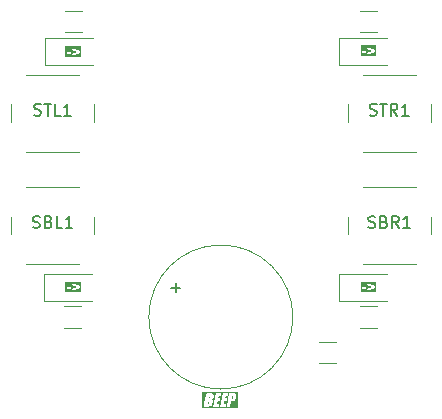
<source format=gbr>
%TF.GenerationSoftware,KiCad,Pcbnew,8.0.5*%
%TF.CreationDate,2024-10-15T22:02:10+02:00*%
%TF.ProjectId,_autosave-pcb,5f617574-6f73-4617-9665-2d7063622e6b,rev?*%
%TF.SameCoordinates,Original*%
%TF.FileFunction,Legend,Top*%
%TF.FilePolarity,Positive*%
%FSLAX46Y46*%
G04 Gerber Fmt 4.6, Leading zero omitted, Abs format (unit mm)*
G04 Created by KiCad (PCBNEW 8.0.5) date 2024-10-15 22:02:10*
%MOMM*%
%LPD*%
G01*
G04 APERTURE LIST*
%ADD10C,0.150000*%
%ADD11C,0.200000*%
%ADD12C,0.120000*%
G04 APERTURE END LIST*
D10*
G36*
X138149422Y-60422269D02*
G01*
X136834213Y-60422269D01*
X136834213Y-60170474D01*
X136945324Y-60170474D01*
X137310223Y-60170474D01*
X137310223Y-59982896D01*
X136945324Y-59982896D01*
X136945324Y-60170474D01*
X136834213Y-60170474D01*
X136834213Y-59791653D01*
X137377634Y-59791653D01*
X137785519Y-59960425D01*
X137377634Y-60127243D01*
X137377634Y-60311158D01*
X138038311Y-60045422D01*
X138038311Y-59873475D01*
X137377634Y-59607739D01*
X137377634Y-59791653D01*
X136834213Y-59791653D01*
X136834213Y-59496628D01*
X138149422Y-59496628D01*
X138149422Y-60422269D01*
G37*
D11*
G36*
X148969862Y-69580630D02*
G01*
X149019016Y-69594200D01*
X149022236Y-69625636D01*
X149014375Y-69674556D01*
X148992637Y-69778848D01*
X148983788Y-69814635D01*
X148961130Y-69859448D01*
X148945270Y-69868411D01*
X148895917Y-69876545D01*
X148957466Y-69580034D01*
X148969862Y-69580630D01*
G37*
G36*
X149092044Y-69163112D02*
G01*
X149107676Y-69185826D01*
X149108789Y-69206111D01*
X149101570Y-69255191D01*
X149096540Y-69278612D01*
X149084833Y-69326244D01*
X149066887Y-69372672D01*
X149063033Y-69377080D01*
X149015108Y-69391479D01*
X148996545Y-69391723D01*
X149045150Y-69157739D01*
X149092044Y-69163112D01*
G37*
G36*
X150988706Y-69157863D02*
G01*
X151037194Y-69171905D01*
X151042971Y-69189706D01*
X151037927Y-69239071D01*
X151019120Y-69329685D01*
X151011845Y-69359531D01*
X150989567Y-69406133D01*
X150984945Y-69410198D01*
X150936566Y-69423475D01*
X150925331Y-69423230D01*
X150980530Y-69157739D01*
X150988706Y-69157863D01*
G37*
G36*
X151415263Y-70191111D02*
G01*
X148443599Y-70191111D01*
X148443599Y-70080000D01*
X148554710Y-70080000D01*
X148891521Y-70080000D01*
X149327494Y-70080000D01*
X149833810Y-70080000D01*
X149908792Y-70080000D01*
X150415108Y-70080000D01*
X150490090Y-70080000D01*
X150788799Y-70080000D01*
X150883077Y-69626685D01*
X150952686Y-69626685D01*
X150964354Y-69626582D01*
X151013981Y-69623568D01*
X151063593Y-69615325D01*
X151111444Y-69600307D01*
X151130883Y-69591421D01*
X151174058Y-69563015D01*
X151208653Y-69523859D01*
X151216667Y-69510460D01*
X151236974Y-69464521D01*
X151251700Y-69417018D01*
X151263363Y-69367299D01*
X151283391Y-69271556D01*
X151293822Y-69217241D01*
X151301197Y-69166770D01*
X151304152Y-69116706D01*
X151298622Y-69074965D01*
X151277773Y-69029267D01*
X151276167Y-69026979D01*
X151238343Y-68993495D01*
X151192288Y-68973579D01*
X151172064Y-68968091D01*
X151123388Y-68959905D01*
X151070198Y-68955719D01*
X151015457Y-68954528D01*
X150724075Y-68954528D01*
X150626632Y-69423230D01*
X150490090Y-70080000D01*
X150415108Y-70080000D01*
X150463712Y-69845526D01*
X150256106Y-69845526D01*
X150304954Y-69611053D01*
X150481786Y-69611053D01*
X150530390Y-69376580D01*
X150353558Y-69376580D01*
X150392637Y-69189002D01*
X150581681Y-69189002D01*
X150630530Y-68954528D01*
X150142777Y-68954528D01*
X149908792Y-70080000D01*
X149833810Y-70080000D01*
X149882414Y-69845526D01*
X149674808Y-69845526D01*
X149723656Y-69611053D01*
X149900488Y-69611053D01*
X149949092Y-69376580D01*
X149772260Y-69376580D01*
X149811339Y-69189002D01*
X150000383Y-69189002D01*
X150049232Y-68954528D01*
X149561479Y-68954528D01*
X149327494Y-70080000D01*
X148891521Y-70080000D01*
X148912581Y-70079919D01*
X148970564Y-70078717D01*
X149020750Y-70076073D01*
X149075537Y-70070302D01*
X149124528Y-70059483D01*
X149146610Y-70050461D01*
X149188858Y-70022431D01*
X149223447Y-69982791D01*
X149234931Y-69963817D01*
X149255826Y-69917353D01*
X149272265Y-69865829D01*
X149284996Y-69812309D01*
X149306489Y-69708750D01*
X149309170Y-69695047D01*
X149316116Y-69644603D01*
X149316297Y-69591380D01*
X149304047Y-69541933D01*
X149295219Y-69525573D01*
X149260224Y-69490043D01*
X149214166Y-69470614D01*
X149225598Y-69467821D01*
X149273670Y-69448774D01*
X149315526Y-69417369D01*
X149344373Y-69375186D01*
X149362338Y-69329353D01*
X149375366Y-69278150D01*
X149377200Y-69269129D01*
X149385729Y-69218216D01*
X149390319Y-69165784D01*
X149388495Y-69115050D01*
X149375610Y-69065415D01*
X149358299Y-69034671D01*
X149323747Y-68999202D01*
X149278890Y-68976510D01*
X149235974Y-68965884D01*
X149182238Y-68958736D01*
X149132964Y-68955580D01*
X149077145Y-68954528D01*
X148788695Y-68954528D01*
X148697802Y-69391723D01*
X148597008Y-69876545D01*
X148554710Y-70080000D01*
X148443599Y-70080000D01*
X148443599Y-68843417D01*
X151415263Y-68843417D01*
X151415263Y-70191111D01*
G37*
D10*
G36*
X163149422Y-40422269D02*
G01*
X161834213Y-40422269D01*
X161834213Y-40170474D01*
X161945324Y-40170474D01*
X162310223Y-40170474D01*
X162310223Y-39982896D01*
X161945324Y-39982896D01*
X161945324Y-40170474D01*
X161834213Y-40170474D01*
X161834213Y-39791653D01*
X162377634Y-39791653D01*
X162785519Y-39960425D01*
X162377634Y-40127243D01*
X162377634Y-40311158D01*
X163038311Y-40045422D01*
X163038311Y-39873475D01*
X162377634Y-39607739D01*
X162377634Y-39791653D01*
X161834213Y-39791653D01*
X161834213Y-39496628D01*
X163149422Y-39496628D01*
X163149422Y-40422269D01*
G37*
G36*
X138149422Y-40522269D02*
G01*
X136834213Y-40522269D01*
X136834213Y-40270474D01*
X136945324Y-40270474D01*
X137310223Y-40270474D01*
X137310223Y-40082896D01*
X136945324Y-40082896D01*
X136945324Y-40270474D01*
X136834213Y-40270474D01*
X136834213Y-39891653D01*
X137377634Y-39891653D01*
X137785519Y-40060425D01*
X137377634Y-40227243D01*
X137377634Y-40411158D01*
X138038311Y-40145422D01*
X138038311Y-39973475D01*
X137377634Y-39707739D01*
X137377634Y-39891653D01*
X136834213Y-39891653D01*
X136834213Y-39596628D01*
X138149422Y-39596628D01*
X138149422Y-40522269D01*
G37*
G36*
X163149422Y-60422269D02*
G01*
X161834213Y-60422269D01*
X161834213Y-60170474D01*
X161945324Y-60170474D01*
X162310223Y-60170474D01*
X162310223Y-59982896D01*
X161945324Y-59982896D01*
X161945324Y-60170474D01*
X161834213Y-60170474D01*
X161834213Y-59791653D01*
X162377634Y-59791653D01*
X162785519Y-59960425D01*
X162377634Y-60127243D01*
X162377634Y-60311158D01*
X163038311Y-60045422D01*
X163038311Y-59873475D01*
X162377634Y-59607739D01*
X162377634Y-59791653D01*
X161834213Y-59791653D01*
X161834213Y-59496628D01*
X163149422Y-59496628D01*
X163149422Y-60422269D01*
G37*
X162488095Y-54907200D02*
X162630952Y-54954819D01*
X162630952Y-54954819D02*
X162869047Y-54954819D01*
X162869047Y-54954819D02*
X162964285Y-54907200D01*
X162964285Y-54907200D02*
X163011904Y-54859580D01*
X163011904Y-54859580D02*
X163059523Y-54764342D01*
X163059523Y-54764342D02*
X163059523Y-54669104D01*
X163059523Y-54669104D02*
X163011904Y-54573866D01*
X163011904Y-54573866D02*
X162964285Y-54526247D01*
X162964285Y-54526247D02*
X162869047Y-54478628D01*
X162869047Y-54478628D02*
X162678571Y-54431009D01*
X162678571Y-54431009D02*
X162583333Y-54383390D01*
X162583333Y-54383390D02*
X162535714Y-54335771D01*
X162535714Y-54335771D02*
X162488095Y-54240533D01*
X162488095Y-54240533D02*
X162488095Y-54145295D01*
X162488095Y-54145295D02*
X162535714Y-54050057D01*
X162535714Y-54050057D02*
X162583333Y-54002438D01*
X162583333Y-54002438D02*
X162678571Y-53954819D01*
X162678571Y-53954819D02*
X162916666Y-53954819D01*
X162916666Y-53954819D02*
X163059523Y-54002438D01*
X163821428Y-54431009D02*
X163964285Y-54478628D01*
X163964285Y-54478628D02*
X164011904Y-54526247D01*
X164011904Y-54526247D02*
X164059523Y-54621485D01*
X164059523Y-54621485D02*
X164059523Y-54764342D01*
X164059523Y-54764342D02*
X164011904Y-54859580D01*
X164011904Y-54859580D02*
X163964285Y-54907200D01*
X163964285Y-54907200D02*
X163869047Y-54954819D01*
X163869047Y-54954819D02*
X163488095Y-54954819D01*
X163488095Y-54954819D02*
X163488095Y-53954819D01*
X163488095Y-53954819D02*
X163821428Y-53954819D01*
X163821428Y-53954819D02*
X163916666Y-54002438D01*
X163916666Y-54002438D02*
X163964285Y-54050057D01*
X163964285Y-54050057D02*
X164011904Y-54145295D01*
X164011904Y-54145295D02*
X164011904Y-54240533D01*
X164011904Y-54240533D02*
X163964285Y-54335771D01*
X163964285Y-54335771D02*
X163916666Y-54383390D01*
X163916666Y-54383390D02*
X163821428Y-54431009D01*
X163821428Y-54431009D02*
X163488095Y-54431009D01*
X165059523Y-54954819D02*
X164726190Y-54478628D01*
X164488095Y-54954819D02*
X164488095Y-53954819D01*
X164488095Y-53954819D02*
X164869047Y-53954819D01*
X164869047Y-53954819D02*
X164964285Y-54002438D01*
X164964285Y-54002438D02*
X165011904Y-54050057D01*
X165011904Y-54050057D02*
X165059523Y-54145295D01*
X165059523Y-54145295D02*
X165059523Y-54288152D01*
X165059523Y-54288152D02*
X165011904Y-54383390D01*
X165011904Y-54383390D02*
X164964285Y-54431009D01*
X164964285Y-54431009D02*
X164869047Y-54478628D01*
X164869047Y-54478628D02*
X164488095Y-54478628D01*
X166011904Y-54954819D02*
X165440476Y-54954819D01*
X165726190Y-54954819D02*
X165726190Y-53954819D01*
X165726190Y-53954819D02*
X165630952Y-54097676D01*
X165630952Y-54097676D02*
X165535714Y-54192914D01*
X165535714Y-54192914D02*
X165440476Y-54240533D01*
X134202381Y-45407200D02*
X134345238Y-45454819D01*
X134345238Y-45454819D02*
X134583333Y-45454819D01*
X134583333Y-45454819D02*
X134678571Y-45407200D01*
X134678571Y-45407200D02*
X134726190Y-45359580D01*
X134726190Y-45359580D02*
X134773809Y-45264342D01*
X134773809Y-45264342D02*
X134773809Y-45169104D01*
X134773809Y-45169104D02*
X134726190Y-45073866D01*
X134726190Y-45073866D02*
X134678571Y-45026247D01*
X134678571Y-45026247D02*
X134583333Y-44978628D01*
X134583333Y-44978628D02*
X134392857Y-44931009D01*
X134392857Y-44931009D02*
X134297619Y-44883390D01*
X134297619Y-44883390D02*
X134250000Y-44835771D01*
X134250000Y-44835771D02*
X134202381Y-44740533D01*
X134202381Y-44740533D02*
X134202381Y-44645295D01*
X134202381Y-44645295D02*
X134250000Y-44550057D01*
X134250000Y-44550057D02*
X134297619Y-44502438D01*
X134297619Y-44502438D02*
X134392857Y-44454819D01*
X134392857Y-44454819D02*
X134630952Y-44454819D01*
X134630952Y-44454819D02*
X134773809Y-44502438D01*
X135059524Y-44454819D02*
X135630952Y-44454819D01*
X135345238Y-45454819D02*
X135345238Y-44454819D01*
X136440476Y-45454819D02*
X135964286Y-45454819D01*
X135964286Y-45454819D02*
X135964286Y-44454819D01*
X137297619Y-45454819D02*
X136726191Y-45454819D01*
X137011905Y-45454819D02*
X137011905Y-44454819D01*
X137011905Y-44454819D02*
X136916667Y-44597676D01*
X136916667Y-44597676D02*
X136821429Y-44692914D01*
X136821429Y-44692914D02*
X136726191Y-44740533D01*
X134083333Y-54907200D02*
X134226190Y-54954819D01*
X134226190Y-54954819D02*
X134464285Y-54954819D01*
X134464285Y-54954819D02*
X134559523Y-54907200D01*
X134559523Y-54907200D02*
X134607142Y-54859580D01*
X134607142Y-54859580D02*
X134654761Y-54764342D01*
X134654761Y-54764342D02*
X134654761Y-54669104D01*
X134654761Y-54669104D02*
X134607142Y-54573866D01*
X134607142Y-54573866D02*
X134559523Y-54526247D01*
X134559523Y-54526247D02*
X134464285Y-54478628D01*
X134464285Y-54478628D02*
X134273809Y-54431009D01*
X134273809Y-54431009D02*
X134178571Y-54383390D01*
X134178571Y-54383390D02*
X134130952Y-54335771D01*
X134130952Y-54335771D02*
X134083333Y-54240533D01*
X134083333Y-54240533D02*
X134083333Y-54145295D01*
X134083333Y-54145295D02*
X134130952Y-54050057D01*
X134130952Y-54050057D02*
X134178571Y-54002438D01*
X134178571Y-54002438D02*
X134273809Y-53954819D01*
X134273809Y-53954819D02*
X134511904Y-53954819D01*
X134511904Y-53954819D02*
X134654761Y-54002438D01*
X135416666Y-54431009D02*
X135559523Y-54478628D01*
X135559523Y-54478628D02*
X135607142Y-54526247D01*
X135607142Y-54526247D02*
X135654761Y-54621485D01*
X135654761Y-54621485D02*
X135654761Y-54764342D01*
X135654761Y-54764342D02*
X135607142Y-54859580D01*
X135607142Y-54859580D02*
X135559523Y-54907200D01*
X135559523Y-54907200D02*
X135464285Y-54954819D01*
X135464285Y-54954819D02*
X135083333Y-54954819D01*
X135083333Y-54954819D02*
X135083333Y-53954819D01*
X135083333Y-53954819D02*
X135416666Y-53954819D01*
X135416666Y-53954819D02*
X135511904Y-54002438D01*
X135511904Y-54002438D02*
X135559523Y-54050057D01*
X135559523Y-54050057D02*
X135607142Y-54145295D01*
X135607142Y-54145295D02*
X135607142Y-54240533D01*
X135607142Y-54240533D02*
X135559523Y-54335771D01*
X135559523Y-54335771D02*
X135511904Y-54383390D01*
X135511904Y-54383390D02*
X135416666Y-54431009D01*
X135416666Y-54431009D02*
X135083333Y-54431009D01*
X136559523Y-54954819D02*
X136083333Y-54954819D01*
X136083333Y-54954819D02*
X136083333Y-53954819D01*
X137416666Y-54954819D02*
X136845238Y-54954819D01*
X137130952Y-54954819D02*
X137130952Y-53954819D01*
X137130952Y-53954819D02*
X137035714Y-54097676D01*
X137035714Y-54097676D02*
X136940476Y-54192914D01*
X136940476Y-54192914D02*
X136845238Y-54240533D01*
X162607143Y-45407200D02*
X162750000Y-45454819D01*
X162750000Y-45454819D02*
X162988095Y-45454819D01*
X162988095Y-45454819D02*
X163083333Y-45407200D01*
X163083333Y-45407200D02*
X163130952Y-45359580D01*
X163130952Y-45359580D02*
X163178571Y-45264342D01*
X163178571Y-45264342D02*
X163178571Y-45169104D01*
X163178571Y-45169104D02*
X163130952Y-45073866D01*
X163130952Y-45073866D02*
X163083333Y-45026247D01*
X163083333Y-45026247D02*
X162988095Y-44978628D01*
X162988095Y-44978628D02*
X162797619Y-44931009D01*
X162797619Y-44931009D02*
X162702381Y-44883390D01*
X162702381Y-44883390D02*
X162654762Y-44835771D01*
X162654762Y-44835771D02*
X162607143Y-44740533D01*
X162607143Y-44740533D02*
X162607143Y-44645295D01*
X162607143Y-44645295D02*
X162654762Y-44550057D01*
X162654762Y-44550057D02*
X162702381Y-44502438D01*
X162702381Y-44502438D02*
X162797619Y-44454819D01*
X162797619Y-44454819D02*
X163035714Y-44454819D01*
X163035714Y-44454819D02*
X163178571Y-44502438D01*
X163464286Y-44454819D02*
X164035714Y-44454819D01*
X163750000Y-45454819D02*
X163750000Y-44454819D01*
X164940476Y-45454819D02*
X164607143Y-44978628D01*
X164369048Y-45454819D02*
X164369048Y-44454819D01*
X164369048Y-44454819D02*
X164750000Y-44454819D01*
X164750000Y-44454819D02*
X164845238Y-44502438D01*
X164845238Y-44502438D02*
X164892857Y-44550057D01*
X164892857Y-44550057D02*
X164940476Y-44645295D01*
X164940476Y-44645295D02*
X164940476Y-44788152D01*
X164940476Y-44788152D02*
X164892857Y-44883390D01*
X164892857Y-44883390D02*
X164845238Y-44931009D01*
X164845238Y-44931009D02*
X164750000Y-44978628D01*
X164750000Y-44978628D02*
X164369048Y-44978628D01*
X165892857Y-45454819D02*
X165321429Y-45454819D01*
X165607143Y-45454819D02*
X165607143Y-44454819D01*
X165607143Y-44454819D02*
X165511905Y-44597676D01*
X165511905Y-44597676D02*
X165416667Y-44692914D01*
X165416667Y-44692914D02*
X165321429Y-44740533D01*
X145809048Y-60033866D02*
X146570953Y-60033866D01*
X146190000Y-60414819D02*
X146190000Y-59652914D01*
D12*
%TO.C,BL1*%
X135040000Y-58865000D02*
X135040000Y-61135000D01*
X135040000Y-61135000D02*
X139100000Y-61135000D01*
X139100000Y-58865000D02*
X135040000Y-58865000D01*
%TO.C,R5*%
X159727064Y-64590000D02*
X158272936Y-64590000D01*
X159727064Y-66410000D02*
X158272936Y-66410000D01*
%TO.C,R4*%
X161760436Y-61590000D02*
X163214564Y-61590000D01*
X161760436Y-63410000D02*
X163214564Y-63410000D01*
%TO.C,BR1*%
X160027500Y-58865000D02*
X160027500Y-61135000D01*
X160027500Y-61135000D02*
X164087500Y-61135000D01*
X164087500Y-58865000D02*
X160027500Y-58865000D01*
%TO.C,R1*%
X136810436Y-36590000D02*
X138264564Y-36590000D01*
X136810436Y-38410000D02*
X138264564Y-38410000D01*
%TO.C,TR1*%
X160040000Y-38865000D02*
X160040000Y-41135000D01*
X160040000Y-41135000D02*
X164100000Y-41135000D01*
X164100000Y-38865000D02*
X160040000Y-38865000D01*
%TO.C,SBR1*%
X160750000Y-54000000D02*
X160750000Y-55500000D01*
X162000000Y-58000000D02*
X166500000Y-58000000D01*
X166500000Y-51500000D02*
X162000000Y-51500000D01*
X167750000Y-55500000D02*
X167750000Y-54000000D01*
%TO.C,STL1*%
X132250000Y-44500000D02*
X132250000Y-46000000D01*
X133500000Y-48500000D02*
X138000000Y-48500000D01*
X138000000Y-42000000D02*
X133500000Y-42000000D01*
X139250000Y-46000000D02*
X139250000Y-44500000D01*
%TO.C,R3*%
X136722936Y-61590000D02*
X138177064Y-61590000D01*
X136722936Y-63410000D02*
X138177064Y-63410000D01*
%TO.C,SBL1*%
X132250000Y-54000000D02*
X132250000Y-55500000D01*
X133500000Y-58000000D02*
X138000000Y-58000000D01*
X138000000Y-51500000D02*
X133500000Y-51500000D01*
X139250000Y-55500000D02*
X139250000Y-54000000D01*
%TO.C,STR1*%
X160750000Y-44500000D02*
X160750000Y-46000000D01*
X162000000Y-48500000D02*
X166500000Y-48500000D01*
X166500000Y-42000000D02*
X162000000Y-42000000D01*
X167750000Y-46000000D02*
X167750000Y-44500000D01*
%TO.C,BZ1*%
X156100000Y-62500000D02*
G75*
G02*
X143900000Y-62500000I-6100000J0D01*
G01*
X143900000Y-62500000D02*
G75*
G02*
X156100000Y-62500000I6100000J0D01*
G01*
%TO.C,TL1*%
X135077500Y-38865000D02*
X135077500Y-41135000D01*
X135077500Y-41135000D02*
X139137500Y-41135000D01*
X139137500Y-38865000D02*
X135077500Y-38865000D01*
%TO.C,R2*%
X161772936Y-36590000D02*
X163227064Y-36590000D01*
X161772936Y-38410000D02*
X163227064Y-38410000D01*
%TD*%
M02*

</source>
